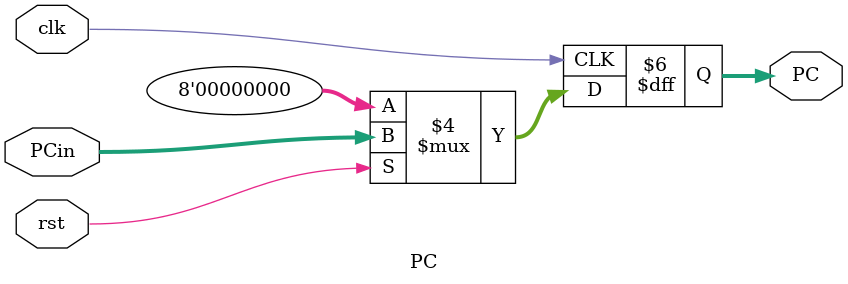
<source format=sv>
module PC(	input logic  [7:0] PCin,
		input logic clk, rst,
		output logic [7:0] PC); 
				
		
	always_ff@(posedge clk)
		begin
			if( !rst ) PC <= 0;
			else PC <= PCin;
		end
		
endmodule

</source>
